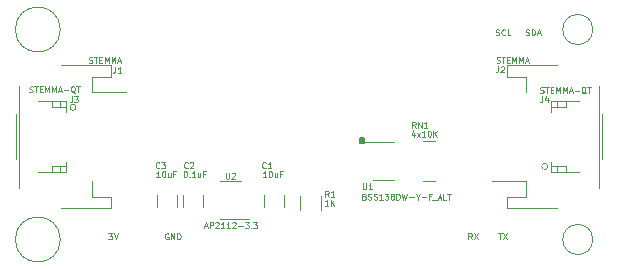
<source format=gto>
G04 #@! TF.GenerationSoftware,KiCad,Pcbnew,(5.0.0-rc2-dev-444-g2974a2c10)*
G04 #@! TF.CreationDate,2019-11-26T19:34:52-08:00*
G04 #@! TF.ProjectId,StemmaWing_Backpack,5374656D6D6157696E675F4261636B70,v02*
G04 #@! TF.SameCoordinates,Original*
G04 #@! TF.FileFunction,Legend,Top*
G04 #@! TF.FilePolarity,Positive*
%FSLAX46Y46*%
G04 Gerber Fmt 4.6, Leading zero omitted, Abs format (unit mm)*
G04 Created by KiCad (PCBNEW (5.0.0-rc2-dev-444-g2974a2c10)) date 11/26/19 19:34:52*
%MOMM*%
%LPD*%
G01*
G04 APERTURE LIST*
%ADD10C,0.150000*%
%ADD11C,0.120000*%
%ADD12C,0.100000*%
G04 APERTURE END LIST*
D10*
G36*
X137160000Y-95377000D02*
X137541000Y-95377000D01*
X137541000Y-95758000D01*
X137160000Y-95758000D01*
X137160000Y-95377000D01*
G37*
X137160000Y-95377000D02*
X137541000Y-95377000D01*
X137541000Y-95758000D01*
X137160000Y-95758000D01*
X137160000Y-95377000D01*
D11*
X111112500Y-98250000D02*
X111112500Y-97750000D01*
X111112500Y-98250000D02*
X111112500Y-98250000D01*
X111112500Y-97750000D02*
X111112500Y-98250000D01*
X111112500Y-97750000D02*
X111112500Y-97750000D01*
X111812500Y-98250000D02*
X111812500Y-97750000D01*
X111812500Y-98250000D02*
X111812500Y-98250000D01*
X111812500Y-97750000D02*
X111812500Y-98250000D01*
X111812500Y-97750000D02*
X111812500Y-97750000D01*
X112312500Y-97750000D02*
X112312500Y-97750000D01*
X111112500Y-97750000D02*
X112312500Y-97750000D01*
X111112500Y-97750000D02*
X111112500Y-97750000D01*
X112312500Y-97750000D02*
X111112500Y-97750000D01*
X112312500Y-98250000D02*
X112312500Y-97350000D01*
X109962500Y-98250000D02*
X112312500Y-98250000D01*
X111112500Y-92250000D02*
X111112500Y-92750000D01*
X111112500Y-92250000D02*
X111112500Y-92250000D01*
X111112500Y-92750000D02*
X111112500Y-92250000D01*
X111112500Y-92750000D02*
X111112500Y-92750000D01*
X111812500Y-92250000D02*
X111812500Y-92750000D01*
X111812500Y-92250000D02*
X111812500Y-92250000D01*
X111812500Y-92750000D02*
X111812500Y-92250000D01*
X111812500Y-92750000D02*
X111812500Y-92750000D01*
X112312500Y-92750000D02*
X112312500Y-92750000D01*
X111112500Y-92750000D02*
X112312500Y-92750000D01*
X111112500Y-92750000D02*
X111112500Y-92750000D01*
X112312500Y-92750000D02*
X111112500Y-92750000D01*
X112312500Y-92250000D02*
X112312500Y-93150000D01*
X109962500Y-92250000D02*
X112312500Y-92250000D01*
X108062500Y-93350000D02*
X108062500Y-97150000D01*
X113137500Y-92750000D02*
G75*
G03X113137500Y-92750000I-250000J0D01*
G01*
X154587500Y-92250000D02*
X154587500Y-92750000D01*
X154587500Y-92250000D02*
X154587500Y-92250000D01*
X154587500Y-92750000D02*
X154587500Y-92250000D01*
X154587500Y-92750000D02*
X154587500Y-92750000D01*
X153887500Y-92250000D02*
X153887500Y-92750000D01*
X153887500Y-92250000D02*
X153887500Y-92250000D01*
X153887500Y-92750000D02*
X153887500Y-92250000D01*
X153887500Y-92750000D02*
X153887500Y-92750000D01*
X153387500Y-92750000D02*
X153387500Y-92750000D01*
X154587500Y-92750000D02*
X153387500Y-92750000D01*
X154587500Y-92750000D02*
X154587500Y-92750000D01*
X153387500Y-92750000D02*
X154587500Y-92750000D01*
X153387500Y-92250000D02*
X153387500Y-93150000D01*
X155737500Y-92250000D02*
X153387500Y-92250000D01*
X154587500Y-98250000D02*
X154587500Y-97750000D01*
X154587500Y-98250000D02*
X154587500Y-98250000D01*
X154587500Y-97750000D02*
X154587500Y-98250000D01*
X154587500Y-97750000D02*
X154587500Y-97750000D01*
X153887500Y-98250000D02*
X153887500Y-97750000D01*
X153887500Y-98250000D02*
X153887500Y-98250000D01*
X153887500Y-97750000D02*
X153887500Y-98250000D01*
X153887500Y-97750000D02*
X153887500Y-97750000D01*
X153387500Y-97750000D02*
X153387500Y-97750000D01*
X154587500Y-97750000D02*
X153387500Y-97750000D01*
X154587500Y-97750000D02*
X154587500Y-97750000D01*
X153387500Y-97750000D02*
X154587500Y-97750000D01*
X153387500Y-98250000D02*
X153387500Y-97350000D01*
X155737500Y-98250000D02*
X153387500Y-98250000D01*
X157637500Y-97150000D02*
X157637500Y-93350000D01*
X153062500Y-97750000D02*
G75*
G03X153062500Y-97750000I-250000J0D01*
G01*
X130730683Y-101158746D02*
X130730683Y-100158746D01*
X129030683Y-100158746D02*
X129030683Y-101158746D01*
X123872683Y-101158746D02*
X123872683Y-100158746D01*
X122172683Y-100158746D02*
X122172683Y-101158746D01*
X120013683Y-100158746D02*
X120013683Y-101158746D01*
X121713683Y-101158746D02*
X121713683Y-100158746D01*
D12*
X156895001Y-86156001D02*
G75*
G03X156895001Y-86156001I-1270000J0D01*
G01*
X156895001Y-103936001D02*
G75*
G03X156895001Y-103936001I-1270000J0D01*
G01*
X111810001Y-103936001D02*
G75*
G03X111810001Y-103936001I-1905000J0D01*
G01*
X111810001Y-86156001D02*
G75*
G03X111810001Y-86156001I-1905000J0D01*
G01*
D11*
X132089000Y-101458746D02*
X132089000Y-100258746D01*
X133849000Y-100258746D02*
X133849000Y-101458746D01*
X143502000Y-95602000D02*
X142502000Y-95602000D01*
X143502000Y-98962000D02*
X142502000Y-98962000D01*
X140092000Y-95672000D02*
X137642000Y-95672000D01*
X138292000Y-98892000D02*
X140092000Y-98892000D01*
X125297683Y-102218746D02*
X127747683Y-102218746D01*
X127097683Y-98998746D02*
X125297683Y-98998746D01*
X114475000Y-91475000D02*
X114475000Y-90200000D01*
X114475000Y-90200000D02*
X116075000Y-90200000D01*
X116075000Y-90200000D02*
X116075000Y-89200000D01*
X116075000Y-89200000D02*
X111850000Y-89200000D01*
X111850000Y-101300000D02*
X116075000Y-101300000D01*
X116075000Y-101300000D02*
X116075000Y-100300000D01*
X116075000Y-100300000D02*
X114475000Y-100300000D01*
X114475000Y-100300000D02*
X114475000Y-99025000D01*
X108275000Y-90925000D02*
X108275000Y-99575000D01*
X114475000Y-91475000D02*
X117375000Y-91475000D01*
X151225000Y-99025000D02*
X148325000Y-99025000D01*
X157425000Y-99575000D02*
X157425000Y-90925000D01*
X151225000Y-90200000D02*
X151225000Y-91475000D01*
X149625000Y-90200000D02*
X151225000Y-90200000D01*
X149625000Y-89200000D02*
X149625000Y-90200000D01*
X153850000Y-89200000D02*
X149625000Y-89200000D01*
X149625000Y-101300000D02*
X153850000Y-101300000D01*
X149625000Y-100300000D02*
X149625000Y-101300000D01*
X151225000Y-100300000D02*
X149625000Y-100300000D01*
X151225000Y-99025000D02*
X151225000Y-100300000D01*
D12*
X112783333Y-91826190D02*
X112783333Y-92183333D01*
X112759523Y-92254761D01*
X112711904Y-92302380D01*
X112640476Y-92326190D01*
X112592857Y-92326190D01*
X112973809Y-91826190D02*
X113283333Y-91826190D01*
X113116666Y-92016666D01*
X113188095Y-92016666D01*
X113235714Y-92040476D01*
X113259523Y-92064285D01*
X113283333Y-92111904D01*
X113283333Y-92230952D01*
X113259523Y-92278571D01*
X113235714Y-92302380D01*
X113188095Y-92326190D01*
X113045238Y-92326190D01*
X112997619Y-92302380D01*
X112973809Y-92278571D01*
X109192857Y-91452380D02*
X109264285Y-91476190D01*
X109383333Y-91476190D01*
X109430952Y-91452380D01*
X109454761Y-91428571D01*
X109478571Y-91380952D01*
X109478571Y-91333333D01*
X109454761Y-91285714D01*
X109430952Y-91261904D01*
X109383333Y-91238095D01*
X109288095Y-91214285D01*
X109240476Y-91190476D01*
X109216666Y-91166666D01*
X109192857Y-91119047D01*
X109192857Y-91071428D01*
X109216666Y-91023809D01*
X109240476Y-91000000D01*
X109288095Y-90976190D01*
X109407142Y-90976190D01*
X109478571Y-91000000D01*
X109621428Y-90976190D02*
X109907142Y-90976190D01*
X109764285Y-91476190D02*
X109764285Y-90976190D01*
X110073809Y-91214285D02*
X110240476Y-91214285D01*
X110311904Y-91476190D02*
X110073809Y-91476190D01*
X110073809Y-90976190D01*
X110311904Y-90976190D01*
X110526190Y-91476190D02*
X110526190Y-90976190D01*
X110692857Y-91333333D01*
X110859523Y-90976190D01*
X110859523Y-91476190D01*
X111097619Y-91476190D02*
X111097619Y-90976190D01*
X111264285Y-91333333D01*
X111430952Y-90976190D01*
X111430952Y-91476190D01*
X111645238Y-91333333D02*
X111883333Y-91333333D01*
X111597619Y-91476190D02*
X111764285Y-90976190D01*
X111930952Y-91476190D01*
X112097619Y-91285714D02*
X112478571Y-91285714D01*
X113050000Y-91523809D02*
X113002380Y-91500000D01*
X112954761Y-91452380D01*
X112883333Y-91380952D01*
X112835714Y-91357142D01*
X112788095Y-91357142D01*
X112811904Y-91476190D02*
X112764285Y-91452380D01*
X112716666Y-91404761D01*
X112692857Y-91309523D01*
X112692857Y-91142857D01*
X112716666Y-91047619D01*
X112764285Y-91000000D01*
X112811904Y-90976190D01*
X112907142Y-90976190D01*
X112954761Y-91000000D01*
X113002380Y-91047619D01*
X113026190Y-91142857D01*
X113026190Y-91309523D01*
X113002380Y-91404761D01*
X112954761Y-91452380D01*
X112907142Y-91476190D01*
X112811904Y-91476190D01*
X113169047Y-90976190D02*
X113454761Y-90976190D01*
X113311904Y-91476190D02*
X113311904Y-90976190D01*
X152633333Y-91776190D02*
X152633333Y-92133333D01*
X152609523Y-92204761D01*
X152561904Y-92252380D01*
X152490476Y-92276190D01*
X152442857Y-92276190D01*
X153085714Y-91942857D02*
X153085714Y-92276190D01*
X152966666Y-91752380D02*
X152847619Y-92109523D01*
X153157142Y-92109523D01*
X152442857Y-91502380D02*
X152514285Y-91526190D01*
X152633333Y-91526190D01*
X152680952Y-91502380D01*
X152704761Y-91478571D01*
X152728571Y-91430952D01*
X152728571Y-91383333D01*
X152704761Y-91335714D01*
X152680952Y-91311904D01*
X152633333Y-91288095D01*
X152538095Y-91264285D01*
X152490476Y-91240476D01*
X152466666Y-91216666D01*
X152442857Y-91169047D01*
X152442857Y-91121428D01*
X152466666Y-91073809D01*
X152490476Y-91050000D01*
X152538095Y-91026190D01*
X152657142Y-91026190D01*
X152728571Y-91050000D01*
X152871428Y-91026190D02*
X153157142Y-91026190D01*
X153014285Y-91526190D02*
X153014285Y-91026190D01*
X153323809Y-91264285D02*
X153490476Y-91264285D01*
X153561904Y-91526190D02*
X153323809Y-91526190D01*
X153323809Y-91026190D01*
X153561904Y-91026190D01*
X153776190Y-91526190D02*
X153776190Y-91026190D01*
X153942857Y-91383333D01*
X154109523Y-91026190D01*
X154109523Y-91526190D01*
X154347619Y-91526190D02*
X154347619Y-91026190D01*
X154514285Y-91383333D01*
X154680952Y-91026190D01*
X154680952Y-91526190D01*
X154895238Y-91383333D02*
X155133333Y-91383333D01*
X154847619Y-91526190D02*
X155014285Y-91026190D01*
X155180952Y-91526190D01*
X155347619Y-91335714D02*
X155728571Y-91335714D01*
X156300000Y-91573809D02*
X156252380Y-91550000D01*
X156204761Y-91502380D01*
X156133333Y-91430952D01*
X156085714Y-91407142D01*
X156038095Y-91407142D01*
X156061904Y-91526190D02*
X156014285Y-91502380D01*
X155966666Y-91454761D01*
X155942857Y-91359523D01*
X155942857Y-91192857D01*
X155966666Y-91097619D01*
X156014285Y-91050000D01*
X156061904Y-91026190D01*
X156157142Y-91026190D01*
X156204761Y-91050000D01*
X156252380Y-91097619D01*
X156276190Y-91192857D01*
X156276190Y-91359523D01*
X156252380Y-91454761D01*
X156204761Y-91502380D01*
X156157142Y-91526190D01*
X156061904Y-91526190D01*
X156419047Y-91026190D02*
X156704761Y-91026190D01*
X156561904Y-91526190D02*
X156561904Y-91026190D01*
X129202666Y-97841571D02*
X129178857Y-97865380D01*
X129107428Y-97889190D01*
X129059809Y-97889190D01*
X128988380Y-97865380D01*
X128940761Y-97817761D01*
X128916952Y-97770142D01*
X128893142Y-97674904D01*
X128893142Y-97603476D01*
X128916952Y-97508238D01*
X128940761Y-97460619D01*
X128988380Y-97413000D01*
X129059809Y-97389190D01*
X129107428Y-97389190D01*
X129178857Y-97413000D01*
X129202666Y-97436809D01*
X129678857Y-97889190D02*
X129393142Y-97889190D01*
X129536000Y-97889190D02*
X129536000Y-97389190D01*
X129488380Y-97460619D01*
X129440761Y-97508238D01*
X129393142Y-97532047D01*
X129258285Y-98651190D02*
X128972571Y-98651190D01*
X129115428Y-98651190D02*
X129115428Y-98151190D01*
X129067809Y-98222619D01*
X129020190Y-98270238D01*
X128972571Y-98294047D01*
X129567809Y-98151190D02*
X129615428Y-98151190D01*
X129663047Y-98175000D01*
X129686857Y-98198809D01*
X129710666Y-98246428D01*
X129734476Y-98341666D01*
X129734476Y-98460714D01*
X129710666Y-98555952D01*
X129686857Y-98603571D01*
X129663047Y-98627380D01*
X129615428Y-98651190D01*
X129567809Y-98651190D01*
X129520190Y-98627380D01*
X129496380Y-98603571D01*
X129472571Y-98555952D01*
X129448761Y-98460714D01*
X129448761Y-98341666D01*
X129472571Y-98246428D01*
X129496380Y-98198809D01*
X129520190Y-98175000D01*
X129567809Y-98151190D01*
X130163047Y-98317857D02*
X130163047Y-98651190D01*
X129948761Y-98317857D02*
X129948761Y-98579761D01*
X129972571Y-98627380D01*
X130020190Y-98651190D01*
X130091619Y-98651190D01*
X130139238Y-98627380D01*
X130163047Y-98603571D01*
X130567809Y-98389285D02*
X130401142Y-98389285D01*
X130401142Y-98651190D02*
X130401142Y-98151190D01*
X130639238Y-98151190D01*
X122598666Y-97841571D02*
X122574857Y-97865380D01*
X122503428Y-97889190D01*
X122455809Y-97889190D01*
X122384380Y-97865380D01*
X122336761Y-97817761D01*
X122312952Y-97770142D01*
X122289142Y-97674904D01*
X122289142Y-97603476D01*
X122312952Y-97508238D01*
X122336761Y-97460619D01*
X122384380Y-97413000D01*
X122455809Y-97389190D01*
X122503428Y-97389190D01*
X122574857Y-97413000D01*
X122598666Y-97436809D01*
X122789142Y-97436809D02*
X122812952Y-97413000D01*
X122860571Y-97389190D01*
X122979619Y-97389190D01*
X123027238Y-97413000D01*
X123051047Y-97436809D01*
X123074857Y-97484428D01*
X123074857Y-97532047D01*
X123051047Y-97603476D01*
X122765333Y-97889190D01*
X123074857Y-97889190D01*
X122368571Y-98151190D02*
X122416190Y-98151190D01*
X122463809Y-98175000D01*
X122487619Y-98198809D01*
X122511428Y-98246428D01*
X122535238Y-98341666D01*
X122535238Y-98460714D01*
X122511428Y-98555952D01*
X122487619Y-98603571D01*
X122463809Y-98627380D01*
X122416190Y-98651190D01*
X122368571Y-98651190D01*
X122320952Y-98627380D01*
X122297142Y-98603571D01*
X122273333Y-98555952D01*
X122249523Y-98460714D01*
X122249523Y-98341666D01*
X122273333Y-98246428D01*
X122297142Y-98198809D01*
X122320952Y-98175000D01*
X122368571Y-98151190D01*
X122749523Y-98603571D02*
X122773333Y-98627380D01*
X122749523Y-98651190D01*
X122725714Y-98627380D01*
X122749523Y-98603571D01*
X122749523Y-98651190D01*
X123249523Y-98651190D02*
X122963809Y-98651190D01*
X123106666Y-98651190D02*
X123106666Y-98151190D01*
X123059047Y-98222619D01*
X123011428Y-98270238D01*
X122963809Y-98294047D01*
X123678095Y-98317857D02*
X123678095Y-98651190D01*
X123463809Y-98317857D02*
X123463809Y-98579761D01*
X123487619Y-98627380D01*
X123535238Y-98651190D01*
X123606666Y-98651190D01*
X123654285Y-98627380D01*
X123678095Y-98603571D01*
X124082857Y-98389285D02*
X123916190Y-98389285D01*
X123916190Y-98651190D02*
X123916190Y-98151190D01*
X124154285Y-98151190D01*
X120185666Y-97841571D02*
X120161857Y-97865380D01*
X120090428Y-97889190D01*
X120042809Y-97889190D01*
X119971380Y-97865380D01*
X119923761Y-97817761D01*
X119899952Y-97770142D01*
X119876142Y-97674904D01*
X119876142Y-97603476D01*
X119899952Y-97508238D01*
X119923761Y-97460619D01*
X119971380Y-97413000D01*
X120042809Y-97389190D01*
X120090428Y-97389190D01*
X120161857Y-97413000D01*
X120185666Y-97436809D01*
X120352333Y-97389190D02*
X120661857Y-97389190D01*
X120495190Y-97579666D01*
X120566619Y-97579666D01*
X120614238Y-97603476D01*
X120638047Y-97627285D01*
X120661857Y-97674904D01*
X120661857Y-97793952D01*
X120638047Y-97841571D01*
X120614238Y-97865380D01*
X120566619Y-97889190D01*
X120423761Y-97889190D01*
X120376142Y-97865380D01*
X120352333Y-97841571D01*
X120241285Y-98651190D02*
X119955571Y-98651190D01*
X120098428Y-98651190D02*
X120098428Y-98151190D01*
X120050809Y-98222619D01*
X120003190Y-98270238D01*
X119955571Y-98294047D01*
X120550809Y-98151190D02*
X120598428Y-98151190D01*
X120646047Y-98175000D01*
X120669857Y-98198809D01*
X120693666Y-98246428D01*
X120717476Y-98341666D01*
X120717476Y-98460714D01*
X120693666Y-98555952D01*
X120669857Y-98603571D01*
X120646047Y-98627380D01*
X120598428Y-98651190D01*
X120550809Y-98651190D01*
X120503190Y-98627380D01*
X120479380Y-98603571D01*
X120455571Y-98555952D01*
X120431761Y-98460714D01*
X120431761Y-98341666D01*
X120455571Y-98246428D01*
X120479380Y-98198809D01*
X120503190Y-98175000D01*
X120550809Y-98151190D01*
X121146047Y-98317857D02*
X121146047Y-98651190D01*
X120931761Y-98317857D02*
X120931761Y-98579761D01*
X120955571Y-98627380D01*
X121003190Y-98651190D01*
X121074619Y-98651190D01*
X121122238Y-98627380D01*
X121146047Y-98603571D01*
X121550809Y-98389285D02*
X121384142Y-98389285D01*
X121384142Y-98651190D02*
X121384142Y-98151190D01*
X121622238Y-98151190D01*
X115874048Y-103408191D02*
X116183572Y-103408191D01*
X116016905Y-103598667D01*
X116088334Y-103598667D01*
X116135953Y-103622477D01*
X116159762Y-103646286D01*
X116183572Y-103693905D01*
X116183572Y-103812953D01*
X116159762Y-103860572D01*
X116135953Y-103884381D01*
X116088334Y-103908191D01*
X115945477Y-103908191D01*
X115897858Y-103884381D01*
X115874048Y-103860572D01*
X116326429Y-103408191D02*
X116493096Y-103908191D01*
X116659762Y-103408191D01*
X120954048Y-103432001D02*
X120906429Y-103408191D01*
X120835001Y-103408191D01*
X120763572Y-103432001D01*
X120715953Y-103479620D01*
X120692143Y-103527239D01*
X120668334Y-103622477D01*
X120668334Y-103693905D01*
X120692143Y-103789143D01*
X120715953Y-103836762D01*
X120763572Y-103884381D01*
X120835001Y-103908191D01*
X120882620Y-103908191D01*
X120954048Y-103884381D01*
X120977858Y-103860572D01*
X120977858Y-103693905D01*
X120882620Y-103693905D01*
X121192143Y-103908191D02*
X121192143Y-103408191D01*
X121477858Y-103908191D01*
X121477858Y-103408191D01*
X121715953Y-103908191D02*
X121715953Y-103408191D01*
X121835001Y-103408191D01*
X121906429Y-103432001D01*
X121954048Y-103479620D01*
X121977858Y-103527239D01*
X122001667Y-103622477D01*
X122001667Y-103693905D01*
X121977858Y-103789143D01*
X121954048Y-103836762D01*
X121906429Y-103884381D01*
X121835001Y-103908191D01*
X121715953Y-103908191D01*
X146651667Y-103908191D02*
X146485001Y-103670096D01*
X146365953Y-103908191D02*
X146365953Y-103408191D01*
X146556429Y-103408191D01*
X146604048Y-103432001D01*
X146627858Y-103455810D01*
X146651667Y-103503429D01*
X146651667Y-103574858D01*
X146627858Y-103622477D01*
X146604048Y-103646286D01*
X146556429Y-103670096D01*
X146365953Y-103670096D01*
X146818334Y-103408191D02*
X147151667Y-103908191D01*
X147151667Y-103408191D02*
X146818334Y-103908191D01*
X151207858Y-86612381D02*
X151279286Y-86636191D01*
X151398334Y-86636191D01*
X151445953Y-86612381D01*
X151469762Y-86588572D01*
X151493572Y-86540953D01*
X151493572Y-86493334D01*
X151469762Y-86445715D01*
X151445953Y-86421905D01*
X151398334Y-86398096D01*
X151303096Y-86374286D01*
X151255477Y-86350477D01*
X151231667Y-86326667D01*
X151207858Y-86279048D01*
X151207858Y-86231429D01*
X151231667Y-86183810D01*
X151255477Y-86160001D01*
X151303096Y-86136191D01*
X151422143Y-86136191D01*
X151493572Y-86160001D01*
X151707858Y-86636191D02*
X151707858Y-86136191D01*
X151826905Y-86136191D01*
X151898334Y-86160001D01*
X151945953Y-86207620D01*
X151969762Y-86255239D01*
X151993572Y-86350477D01*
X151993572Y-86421905D01*
X151969762Y-86517143D01*
X151945953Y-86564762D01*
X151898334Y-86612381D01*
X151826905Y-86636191D01*
X151707858Y-86636191D01*
X152184048Y-86493334D02*
X152422143Y-86493334D01*
X152136429Y-86636191D02*
X152303096Y-86136191D01*
X152469762Y-86636191D01*
X148679762Y-86612381D02*
X148751191Y-86636191D01*
X148870239Y-86636191D01*
X148917858Y-86612381D01*
X148941667Y-86588572D01*
X148965477Y-86540953D01*
X148965477Y-86493334D01*
X148941667Y-86445715D01*
X148917858Y-86421905D01*
X148870239Y-86398096D01*
X148775001Y-86374286D01*
X148727381Y-86350477D01*
X148703572Y-86326667D01*
X148679762Y-86279048D01*
X148679762Y-86231429D01*
X148703572Y-86183810D01*
X148727381Y-86160001D01*
X148775001Y-86136191D01*
X148894048Y-86136191D01*
X148965477Y-86160001D01*
X149465477Y-86588572D02*
X149441667Y-86612381D01*
X149370239Y-86636191D01*
X149322620Y-86636191D01*
X149251191Y-86612381D01*
X149203572Y-86564762D01*
X149179762Y-86517143D01*
X149155953Y-86421905D01*
X149155953Y-86350477D01*
X149179762Y-86255239D01*
X149203572Y-86207620D01*
X149251191Y-86160001D01*
X149322620Y-86136191D01*
X149370239Y-86136191D01*
X149441667Y-86160001D01*
X149465477Y-86183810D01*
X149917858Y-86636191D02*
X149679762Y-86636191D01*
X149679762Y-86136191D01*
X148894048Y-103408191D02*
X149179762Y-103408191D01*
X149036905Y-103908191D02*
X149036905Y-103408191D01*
X149298810Y-103408191D02*
X149632143Y-103908191D01*
X149632143Y-103408191D02*
X149298810Y-103908191D01*
X134536666Y-100302190D02*
X134370000Y-100064095D01*
X134250952Y-100302190D02*
X134250952Y-99802190D01*
X134441428Y-99802190D01*
X134489047Y-99826000D01*
X134512857Y-99849809D01*
X134536666Y-99897428D01*
X134536666Y-99968857D01*
X134512857Y-100016476D01*
X134489047Y-100040285D01*
X134441428Y-100064095D01*
X134250952Y-100064095D01*
X135012857Y-100302190D02*
X134727142Y-100302190D01*
X134870000Y-100302190D02*
X134870000Y-99802190D01*
X134822380Y-99873619D01*
X134774761Y-99921238D01*
X134727142Y-99945047D01*
X134512857Y-101064190D02*
X134227142Y-101064190D01*
X134370000Y-101064190D02*
X134370000Y-100564190D01*
X134322380Y-100635619D01*
X134274761Y-100683238D01*
X134227142Y-100707047D01*
X134727142Y-101064190D02*
X134727142Y-100564190D01*
X135012857Y-101064190D02*
X134798571Y-100778476D01*
X135012857Y-100564190D02*
X134727142Y-100849904D01*
X141894761Y-94460190D02*
X141728095Y-94222095D01*
X141609047Y-94460190D02*
X141609047Y-93960190D01*
X141799523Y-93960190D01*
X141847142Y-93984000D01*
X141870952Y-94007809D01*
X141894761Y-94055428D01*
X141894761Y-94126857D01*
X141870952Y-94174476D01*
X141847142Y-94198285D01*
X141799523Y-94222095D01*
X141609047Y-94222095D01*
X142109047Y-94460190D02*
X142109047Y-93960190D01*
X142394761Y-94460190D01*
X142394761Y-93960190D01*
X142894761Y-94460190D02*
X142609047Y-94460190D01*
X142751904Y-94460190D02*
X142751904Y-93960190D01*
X142704285Y-94031619D01*
X142656666Y-94079238D01*
X142609047Y-94103047D01*
X141787666Y-94888857D02*
X141787666Y-95222190D01*
X141668619Y-94698380D02*
X141549571Y-95055523D01*
X141859095Y-95055523D01*
X142001952Y-95222190D02*
X142263857Y-94888857D01*
X142001952Y-94888857D02*
X142263857Y-95222190D01*
X142716238Y-95222190D02*
X142430523Y-95222190D01*
X142573380Y-95222190D02*
X142573380Y-94722190D01*
X142525761Y-94793619D01*
X142478142Y-94841238D01*
X142430523Y-94865047D01*
X143025761Y-94722190D02*
X143073380Y-94722190D01*
X143121000Y-94746000D01*
X143144809Y-94769809D01*
X143168619Y-94817428D01*
X143192428Y-94912666D01*
X143192428Y-95031714D01*
X143168619Y-95126952D01*
X143144809Y-95174571D01*
X143121000Y-95198380D01*
X143073380Y-95222190D01*
X143025761Y-95222190D01*
X142978142Y-95198380D01*
X142954333Y-95174571D01*
X142930523Y-95126952D01*
X142906714Y-95031714D01*
X142906714Y-94912666D01*
X142930523Y-94817428D01*
X142954333Y-94769809D01*
X142978142Y-94746000D01*
X143025761Y-94722190D01*
X143406714Y-95222190D02*
X143406714Y-94722190D01*
X143692428Y-95222190D02*
X143478142Y-94936476D01*
X143692428Y-94722190D02*
X143406714Y-95007904D01*
X137414047Y-99167190D02*
X137414047Y-99571952D01*
X137437857Y-99619571D01*
X137461666Y-99643380D01*
X137509285Y-99667190D01*
X137604523Y-99667190D01*
X137652142Y-99643380D01*
X137675952Y-99619571D01*
X137699761Y-99571952D01*
X137699761Y-99167190D01*
X138199761Y-99667190D02*
X137914047Y-99667190D01*
X138056904Y-99667190D02*
X138056904Y-99167190D01*
X138009285Y-99238619D01*
X137961666Y-99286238D01*
X137914047Y-99310047D01*
X137561285Y-100294285D02*
X137632714Y-100318095D01*
X137656523Y-100341904D01*
X137680333Y-100389523D01*
X137680333Y-100460952D01*
X137656523Y-100508571D01*
X137632714Y-100532380D01*
X137585095Y-100556190D01*
X137394619Y-100556190D01*
X137394619Y-100056190D01*
X137561285Y-100056190D01*
X137608904Y-100080000D01*
X137632714Y-100103809D01*
X137656523Y-100151428D01*
X137656523Y-100199047D01*
X137632714Y-100246666D01*
X137608904Y-100270476D01*
X137561285Y-100294285D01*
X137394619Y-100294285D01*
X137870809Y-100532380D02*
X137942238Y-100556190D01*
X138061285Y-100556190D01*
X138108904Y-100532380D01*
X138132714Y-100508571D01*
X138156523Y-100460952D01*
X138156523Y-100413333D01*
X138132714Y-100365714D01*
X138108904Y-100341904D01*
X138061285Y-100318095D01*
X137966047Y-100294285D01*
X137918428Y-100270476D01*
X137894619Y-100246666D01*
X137870809Y-100199047D01*
X137870809Y-100151428D01*
X137894619Y-100103809D01*
X137918428Y-100080000D01*
X137966047Y-100056190D01*
X138085095Y-100056190D01*
X138156523Y-100080000D01*
X138347000Y-100532380D02*
X138418428Y-100556190D01*
X138537476Y-100556190D01*
X138585095Y-100532380D01*
X138608904Y-100508571D01*
X138632714Y-100460952D01*
X138632714Y-100413333D01*
X138608904Y-100365714D01*
X138585095Y-100341904D01*
X138537476Y-100318095D01*
X138442238Y-100294285D01*
X138394619Y-100270476D01*
X138370809Y-100246666D01*
X138347000Y-100199047D01*
X138347000Y-100151428D01*
X138370809Y-100103809D01*
X138394619Y-100080000D01*
X138442238Y-100056190D01*
X138561285Y-100056190D01*
X138632714Y-100080000D01*
X139108904Y-100556190D02*
X138823190Y-100556190D01*
X138966047Y-100556190D02*
X138966047Y-100056190D01*
X138918428Y-100127619D01*
X138870809Y-100175238D01*
X138823190Y-100199047D01*
X139275571Y-100056190D02*
X139585095Y-100056190D01*
X139418428Y-100246666D01*
X139489857Y-100246666D01*
X139537476Y-100270476D01*
X139561285Y-100294285D01*
X139585095Y-100341904D01*
X139585095Y-100460952D01*
X139561285Y-100508571D01*
X139537476Y-100532380D01*
X139489857Y-100556190D01*
X139347000Y-100556190D01*
X139299380Y-100532380D01*
X139275571Y-100508571D01*
X139870809Y-100270476D02*
X139823190Y-100246666D01*
X139799380Y-100222857D01*
X139775571Y-100175238D01*
X139775571Y-100151428D01*
X139799380Y-100103809D01*
X139823190Y-100080000D01*
X139870809Y-100056190D01*
X139966047Y-100056190D01*
X140013666Y-100080000D01*
X140037476Y-100103809D01*
X140061285Y-100151428D01*
X140061285Y-100175238D01*
X140037476Y-100222857D01*
X140013666Y-100246666D01*
X139966047Y-100270476D01*
X139870809Y-100270476D01*
X139823190Y-100294285D01*
X139799380Y-100318095D01*
X139775571Y-100365714D01*
X139775571Y-100460952D01*
X139799380Y-100508571D01*
X139823190Y-100532380D01*
X139870809Y-100556190D01*
X139966047Y-100556190D01*
X140013666Y-100532380D01*
X140037476Y-100508571D01*
X140061285Y-100460952D01*
X140061285Y-100365714D01*
X140037476Y-100318095D01*
X140013666Y-100294285D01*
X139966047Y-100270476D01*
X140275571Y-100556190D02*
X140275571Y-100056190D01*
X140394619Y-100056190D01*
X140466047Y-100080000D01*
X140513666Y-100127619D01*
X140537476Y-100175238D01*
X140561285Y-100270476D01*
X140561285Y-100341904D01*
X140537476Y-100437142D01*
X140513666Y-100484761D01*
X140466047Y-100532380D01*
X140394619Y-100556190D01*
X140275571Y-100556190D01*
X140727952Y-100056190D02*
X140847000Y-100556190D01*
X140942238Y-100199047D01*
X141037476Y-100556190D01*
X141156523Y-100056190D01*
X141347000Y-100365714D02*
X141727952Y-100365714D01*
X142061285Y-100318095D02*
X142061285Y-100556190D01*
X141894619Y-100056190D02*
X142061285Y-100318095D01*
X142227952Y-100056190D01*
X142394619Y-100365714D02*
X142775571Y-100365714D01*
X143180333Y-100294285D02*
X143013666Y-100294285D01*
X143013666Y-100556190D02*
X143013666Y-100056190D01*
X143251761Y-100056190D01*
X143323190Y-100603809D02*
X143704142Y-100603809D01*
X143799380Y-100413333D02*
X144037476Y-100413333D01*
X143751761Y-100556190D02*
X143918428Y-100056190D01*
X144085095Y-100556190D01*
X144489857Y-100556190D02*
X144251761Y-100556190D01*
X144251761Y-100056190D01*
X144585095Y-100056190D02*
X144870809Y-100056190D01*
X144727952Y-100556190D02*
X144727952Y-100056190D01*
X125816730Y-98278190D02*
X125816730Y-98682952D01*
X125840540Y-98730571D01*
X125864349Y-98754380D01*
X125911968Y-98778190D01*
X126007206Y-98778190D01*
X126054825Y-98754380D01*
X126078635Y-98730571D01*
X126102444Y-98682952D01*
X126102444Y-98278190D01*
X126316730Y-98325809D02*
X126340540Y-98302000D01*
X126388159Y-98278190D01*
X126507206Y-98278190D01*
X126554825Y-98302000D01*
X126578635Y-98325809D01*
X126602444Y-98373428D01*
X126602444Y-98421047D01*
X126578635Y-98492476D01*
X126292921Y-98778190D01*
X126602444Y-98778190D01*
X124011809Y-102826333D02*
X124249904Y-102826333D01*
X123964190Y-102969190D02*
X124130857Y-102469190D01*
X124297523Y-102969190D01*
X124464190Y-102969190D02*
X124464190Y-102469190D01*
X124654666Y-102469190D01*
X124702285Y-102493000D01*
X124726095Y-102516809D01*
X124749904Y-102564428D01*
X124749904Y-102635857D01*
X124726095Y-102683476D01*
X124702285Y-102707285D01*
X124654666Y-102731095D01*
X124464190Y-102731095D01*
X124940380Y-102516809D02*
X124964190Y-102493000D01*
X125011809Y-102469190D01*
X125130857Y-102469190D01*
X125178476Y-102493000D01*
X125202285Y-102516809D01*
X125226095Y-102564428D01*
X125226095Y-102612047D01*
X125202285Y-102683476D01*
X124916571Y-102969190D01*
X125226095Y-102969190D01*
X125702285Y-102969190D02*
X125416571Y-102969190D01*
X125559428Y-102969190D02*
X125559428Y-102469190D01*
X125511809Y-102540619D01*
X125464190Y-102588238D01*
X125416571Y-102612047D01*
X126178476Y-102969190D02*
X125892761Y-102969190D01*
X126035619Y-102969190D02*
X126035619Y-102469190D01*
X125988000Y-102540619D01*
X125940380Y-102588238D01*
X125892761Y-102612047D01*
X126368952Y-102516809D02*
X126392761Y-102493000D01*
X126440380Y-102469190D01*
X126559428Y-102469190D01*
X126607047Y-102493000D01*
X126630857Y-102516809D01*
X126654666Y-102564428D01*
X126654666Y-102612047D01*
X126630857Y-102683476D01*
X126345142Y-102969190D01*
X126654666Y-102969190D01*
X126868952Y-102778714D02*
X127249904Y-102778714D01*
X127440380Y-102469190D02*
X127749904Y-102469190D01*
X127583238Y-102659666D01*
X127654666Y-102659666D01*
X127702285Y-102683476D01*
X127726095Y-102707285D01*
X127749904Y-102754904D01*
X127749904Y-102873952D01*
X127726095Y-102921571D01*
X127702285Y-102945380D01*
X127654666Y-102969190D01*
X127511809Y-102969190D01*
X127464190Y-102945380D01*
X127440380Y-102921571D01*
X127964190Y-102921571D02*
X127988000Y-102945380D01*
X127964190Y-102969190D01*
X127940380Y-102945380D01*
X127964190Y-102921571D01*
X127964190Y-102969190D01*
X128154666Y-102469190D02*
X128464190Y-102469190D01*
X128297523Y-102659666D01*
X128368952Y-102659666D01*
X128416571Y-102683476D01*
X128440380Y-102707285D01*
X128464190Y-102754904D01*
X128464190Y-102873952D01*
X128440380Y-102921571D01*
X128416571Y-102945380D01*
X128368952Y-102969190D01*
X128226095Y-102969190D01*
X128178476Y-102945380D01*
X128154666Y-102921571D01*
X116471333Y-89316190D02*
X116471333Y-89673333D01*
X116447523Y-89744761D01*
X116399904Y-89792380D01*
X116328476Y-89816190D01*
X116280857Y-89816190D01*
X116971333Y-89816190D02*
X116685619Y-89816190D01*
X116828476Y-89816190D02*
X116828476Y-89316190D01*
X116780857Y-89387619D01*
X116733238Y-89435238D01*
X116685619Y-89459047D01*
X114242761Y-88962380D02*
X114314190Y-88986190D01*
X114433238Y-88986190D01*
X114480857Y-88962380D01*
X114504666Y-88938571D01*
X114528476Y-88890952D01*
X114528476Y-88843333D01*
X114504666Y-88795714D01*
X114480857Y-88771904D01*
X114433238Y-88748095D01*
X114338000Y-88724285D01*
X114290380Y-88700476D01*
X114266571Y-88676666D01*
X114242761Y-88629047D01*
X114242761Y-88581428D01*
X114266571Y-88533809D01*
X114290380Y-88510000D01*
X114338000Y-88486190D01*
X114457047Y-88486190D01*
X114528476Y-88510000D01*
X114671333Y-88486190D02*
X114957047Y-88486190D01*
X114814190Y-88986190D02*
X114814190Y-88486190D01*
X115123714Y-88724285D02*
X115290380Y-88724285D01*
X115361809Y-88986190D02*
X115123714Y-88986190D01*
X115123714Y-88486190D01*
X115361809Y-88486190D01*
X115576095Y-88986190D02*
X115576095Y-88486190D01*
X115742761Y-88843333D01*
X115909428Y-88486190D01*
X115909428Y-88986190D01*
X116147523Y-88986190D02*
X116147523Y-88486190D01*
X116314190Y-88843333D01*
X116480857Y-88486190D01*
X116480857Y-88986190D01*
X116695142Y-88843333D02*
X116933238Y-88843333D01*
X116647523Y-88986190D02*
X116814190Y-88486190D01*
X116980857Y-88986190D01*
X148883333Y-89276190D02*
X148883333Y-89633333D01*
X148859523Y-89704761D01*
X148811904Y-89752380D01*
X148740476Y-89776190D01*
X148692857Y-89776190D01*
X149097619Y-89323809D02*
X149121428Y-89300000D01*
X149169047Y-89276190D01*
X149288095Y-89276190D01*
X149335714Y-89300000D01*
X149359523Y-89323809D01*
X149383333Y-89371428D01*
X149383333Y-89419047D01*
X149359523Y-89490476D01*
X149073809Y-89776190D01*
X149383333Y-89776190D01*
X148754761Y-88952380D02*
X148826190Y-88976190D01*
X148945238Y-88976190D01*
X148992857Y-88952380D01*
X149016666Y-88928571D01*
X149040476Y-88880952D01*
X149040476Y-88833333D01*
X149016666Y-88785714D01*
X148992857Y-88761904D01*
X148945238Y-88738095D01*
X148850000Y-88714285D01*
X148802380Y-88690476D01*
X148778571Y-88666666D01*
X148754761Y-88619047D01*
X148754761Y-88571428D01*
X148778571Y-88523809D01*
X148802380Y-88500000D01*
X148850000Y-88476190D01*
X148969047Y-88476190D01*
X149040476Y-88500000D01*
X149183333Y-88476190D02*
X149469047Y-88476190D01*
X149326190Y-88976190D02*
X149326190Y-88476190D01*
X149635714Y-88714285D02*
X149802380Y-88714285D01*
X149873809Y-88976190D02*
X149635714Y-88976190D01*
X149635714Y-88476190D01*
X149873809Y-88476190D01*
X150088095Y-88976190D02*
X150088095Y-88476190D01*
X150254761Y-88833333D01*
X150421428Y-88476190D01*
X150421428Y-88976190D01*
X150659523Y-88976190D02*
X150659523Y-88476190D01*
X150826190Y-88833333D01*
X150992857Y-88476190D01*
X150992857Y-88976190D01*
X151207142Y-88833333D02*
X151445238Y-88833333D01*
X151159523Y-88976190D02*
X151326190Y-88476190D01*
X151492857Y-88976190D01*
M02*

</source>
